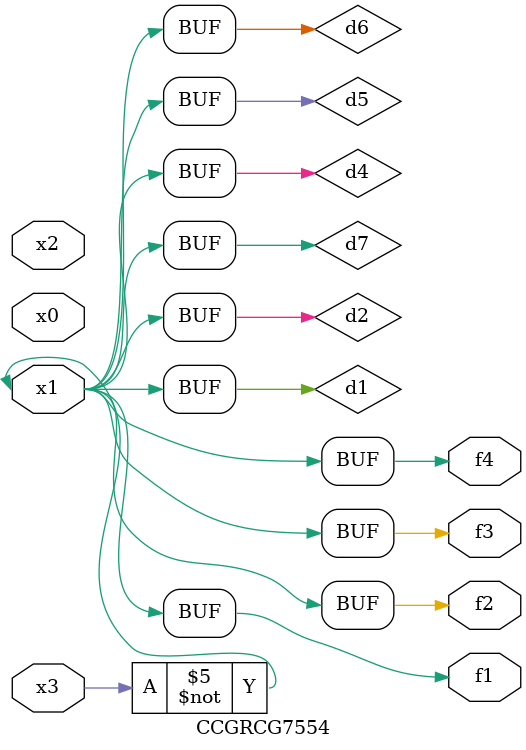
<source format=v>
module CCGRCG7554(
	input x0, x1, x2, x3,
	output f1, f2, f3, f4
);

	wire d1, d2, d3, d4, d5, d6, d7;

	not (d1, x3);
	buf (d2, x1);
	xnor (d3, d1, d2);
	nor (d4, d1);
	buf (d5, d1, d2);
	buf (d6, d4, d5);
	nand (d7, d4);
	assign f1 = d6;
	assign f2 = d7;
	assign f3 = d6;
	assign f4 = d6;
endmodule

</source>
